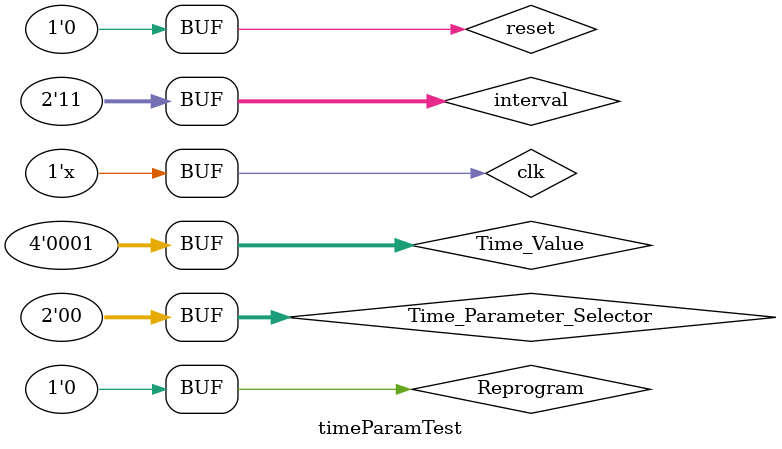
<source format=v>
`timescale 1ns / 1ps


module timeParamTest;

	// Inputs
	reg clk;
	reg [1:0] Time_Parameter_Selector;
	reg [3:0] Time_Value;
	reg Reprogram;
	reg reset;
	reg [1:0] interval;

	// Outputs
	wire [3:0] value;
	wire [3:0] ARM_DELAY;
	wire [3:0] DRIVER_DELAY;
	wire [3:0] PASSENGER_DELAY;
	wire [3:0] ALARM_ON;
	
	// Instantiate the Unit Under Test (UUT)
	timeParam uut (
		.clk(clk), 
		.Time_Parameter_Selector(Time_Parameter_Selector), 
		.Time_Value(Time_Value), 
		.Reprogram(Reprogram), 
		.reset(reset), 
		.interval(interval), 
		.value(value),
		.ARM_DELAY(ARM_DELAY),
		.DRIVER_DELAY(DRIVER_DELAY),
		.PASSENGER_DELAY(PASSENGER_DELAY),
		.ALARM_ON(ALARM_ON)
	);
	
	always #10 clk= !clk;


	initial begin
		// Initialize Inputs
		clk = 0;
		Time_Parameter_Selector = 0;
		Time_Value = 0;
		Reprogram = 0;
		reset = 0;
		interval = 0;

		// Wait 100 ns for global reset to finish
		#100;
        
		// Add stimulus here
		Time_Parameter_Selector=2'b11;
		Reprogram=0;
		Time_Value=4'b1111;	
		#100
		Time_Parameter_Selector=2'b10;
		Reprogram=1;
		Time_Value=4'b0000;
		#100;
		Time_Parameter_Selector=2'b00;
		Reprogram=0;
		Time_Value=4'b0001;	
		#100;
		Time_Parameter_Selector=2'b00;
		Reprogram=1;
		Time_Value=4'b0001;	
		#100;
		reset=1;
		#100;
		reset=0;
		Reprogram=0;
		interval=2'b11;
		

	end
      
endmodule


</source>
